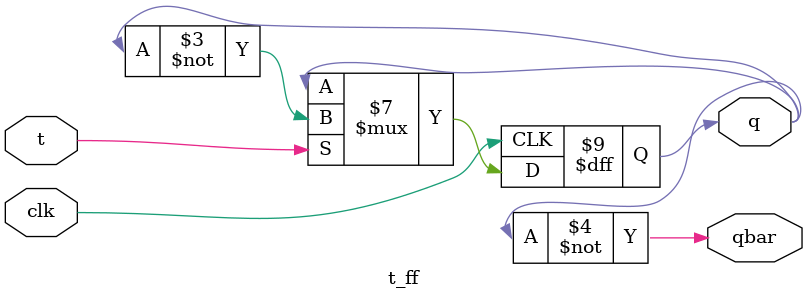
<source format=v>
module t_ff(
	input t,
	input clk,
	output reg q,
	output qbar
);
initial q=0;
always@(posedge clk)begin
	if(t==1)
		q<=~q;
	else
		q<=q;
end
assign qbar = ~q;
endmodule

</source>
